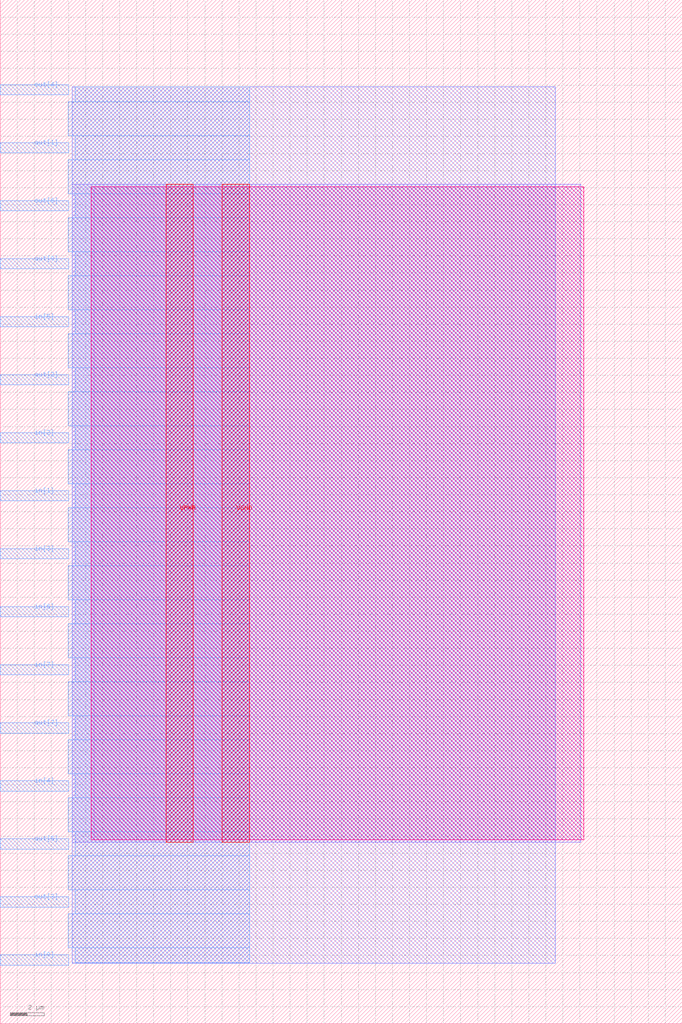
<source format=lef>
VERSION 5.7 ;
  NOWIREEXTENSIONATPIN ON ;
  DIVIDERCHAR "/" ;
  BUSBITCHARS "[]" ;
MACRO project1
  CLASS BLOCK ;
  FOREIGN project1 ;
  ORIGIN 0.000 0.000 ;
  SIZE 40.000 BY 60.000 ;
  PIN VGND
    DIRECTION INOUT ;
    USE GROUND ;
    PORT
      LAYER met4 ;
        RECT 13.020 10.640 14.620 49.200 ;
    END
  END VGND
  PIN VPWR
    DIRECTION INOUT ;
    USE POWER ;
    PORT
      LAYER met4 ;
        RECT 9.720 10.640 11.320 49.200 ;
    END
  END VPWR
  PIN in[0]
    DIRECTION INPUT ;
    USE SIGNAL ;
    ANTENNAGATEAREA 0.126000 ;
    PORT
      LAYER met3 ;
        RECT 0.000 3.440 4.000 4.040 ;
    END
  END in[0]
  PIN in[1]
    DIRECTION INPUT ;
    USE SIGNAL ;
    ANTENNAGATEAREA 0.196500 ;
    PORT
      LAYER met3 ;
        RECT 0.000 30.640 4.000 31.240 ;
    END
  END in[1]
  PIN in[2]
    DIRECTION INPUT ;
    USE SIGNAL ;
    ANTENNAGATEAREA 0.196500 ;
    PORT
      LAYER met3 ;
        RECT 0.000 34.040 4.000 34.640 ;
    END
  END in[2]
  PIN in[3]
    DIRECTION INPUT ;
    USE SIGNAL ;
    ANTENNAGATEAREA 0.196500 ;
    PORT
      LAYER met3 ;
        RECT 0.000 27.240 4.000 27.840 ;
    END
  END in[3]
  PIN in[4]
    DIRECTION INPUT ;
    USE SIGNAL ;
    ANTENNAGATEAREA 0.196500 ;
    PORT
      LAYER met3 ;
        RECT 0.000 13.640 4.000 14.240 ;
    END
  END in[4]
  PIN in[5]
    DIRECTION INPUT ;
    USE SIGNAL ;
    ANTENNAGATEAREA 0.196500 ;
    PORT
      LAYER met3 ;
        RECT 0.000 40.840 4.000 41.440 ;
    END
  END in[5]
  PIN in[6]
    DIRECTION INPUT ;
    USE SIGNAL ;
    ANTENNAGATEAREA 0.196500 ;
    PORT
      LAYER met3 ;
        RECT 0.000 23.840 4.000 24.440 ;
    END
  END in[6]
  PIN in[7]
    DIRECTION INPUT ;
    USE SIGNAL ;
    ANTENNAGATEAREA 0.196500 ;
    PORT
      LAYER met3 ;
        RECT 0.000 20.440 4.000 21.040 ;
    END
  END in[7]
  PIN out[0]
    DIRECTION OUTPUT ;
    USE SIGNAL ;
    ANTENNADIFFAREA 0.445500 ;
    PORT
      LAYER met3 ;
        RECT 0.000 44.240 4.000 44.840 ;
    END
  END out[0]
  PIN out[1]
    DIRECTION OUTPUT ;
    USE SIGNAL ;
    ANTENNADIFFAREA 0.445500 ;
    PORT
      LAYER met3 ;
        RECT 0.000 51.040 4.000 51.640 ;
    END
  END out[1]
  PIN out[2]
    DIRECTION OUTPUT ;
    USE SIGNAL ;
    ANTENNADIFFAREA 0.445500 ;
    PORT
      LAYER met3 ;
        RECT 0.000 37.440 4.000 38.040 ;
    END
  END out[2]
  PIN out[3]
    DIRECTION OUTPUT ;
    USE SIGNAL ;
    ANTENNADIFFAREA 0.445500 ;
    PORT
      LAYER met3 ;
        RECT 0.000 6.840 4.000 7.440 ;
    END
  END out[3]
  PIN out[4]
    DIRECTION OUTPUT ;
    USE SIGNAL ;
    ANTENNADIFFAREA 0.795200 ;
    PORT
      LAYER met3 ;
        RECT 0.000 54.440 4.000 55.040 ;
    END
  END out[4]
  PIN out[5]
    DIRECTION OUTPUT ;
    USE SIGNAL ;
    ANTENNADIFFAREA 0.445500 ;
    PORT
      LAYER met3 ;
        RECT 0.000 10.240 4.000 10.840 ;
    END
  END out[5]
  PIN out[6]
    DIRECTION OUTPUT ;
    USE SIGNAL ;
    ANTENNADIFFAREA 0.445500 ;
    PORT
      LAYER met3 ;
        RECT 0.000 47.640 4.000 48.240 ;
    END
  END out[6]
  PIN out[7]
    DIRECTION OUTPUT ;
    USE SIGNAL ;
    ANTENNADIFFAREA 0.445500 ;
    PORT
      LAYER met3 ;
        RECT 0.000 17.040 4.000 17.640 ;
    END
  END out[7]
  OBS
      LAYER nwell ;
        RECT 5.330 10.795 34.230 49.045 ;
      LAYER li1 ;
        RECT 5.520 10.795 34.040 49.045 ;
      LAYER met1 ;
        RECT 4.210 10.640 34.040 49.200 ;
      LAYER met2 ;
        RECT 4.230 3.555 32.560 54.925 ;
      LAYER met3 ;
        RECT 4.400 54.040 14.610 54.905 ;
        RECT 3.990 52.040 14.610 54.040 ;
        RECT 4.400 50.640 14.610 52.040 ;
        RECT 3.990 48.640 14.610 50.640 ;
        RECT 4.400 47.240 14.610 48.640 ;
        RECT 3.990 45.240 14.610 47.240 ;
        RECT 4.400 43.840 14.610 45.240 ;
        RECT 3.990 41.840 14.610 43.840 ;
        RECT 4.400 40.440 14.610 41.840 ;
        RECT 3.990 38.440 14.610 40.440 ;
        RECT 4.400 37.040 14.610 38.440 ;
        RECT 3.990 35.040 14.610 37.040 ;
        RECT 4.400 33.640 14.610 35.040 ;
        RECT 3.990 31.640 14.610 33.640 ;
        RECT 4.400 30.240 14.610 31.640 ;
        RECT 3.990 28.240 14.610 30.240 ;
        RECT 4.400 26.840 14.610 28.240 ;
        RECT 3.990 24.840 14.610 26.840 ;
        RECT 4.400 23.440 14.610 24.840 ;
        RECT 3.990 21.440 14.610 23.440 ;
        RECT 4.400 20.040 14.610 21.440 ;
        RECT 3.990 18.040 14.610 20.040 ;
        RECT 4.400 16.640 14.610 18.040 ;
        RECT 3.990 14.640 14.610 16.640 ;
        RECT 4.400 13.240 14.610 14.640 ;
        RECT 3.990 11.240 14.610 13.240 ;
        RECT 4.400 9.840 14.610 11.240 ;
        RECT 3.990 7.840 14.610 9.840 ;
        RECT 4.400 6.440 14.610 7.840 ;
        RECT 3.990 4.440 14.610 6.440 ;
        RECT 4.400 3.575 14.610 4.440 ;
  END
END project1
END LIBRARY


</source>
